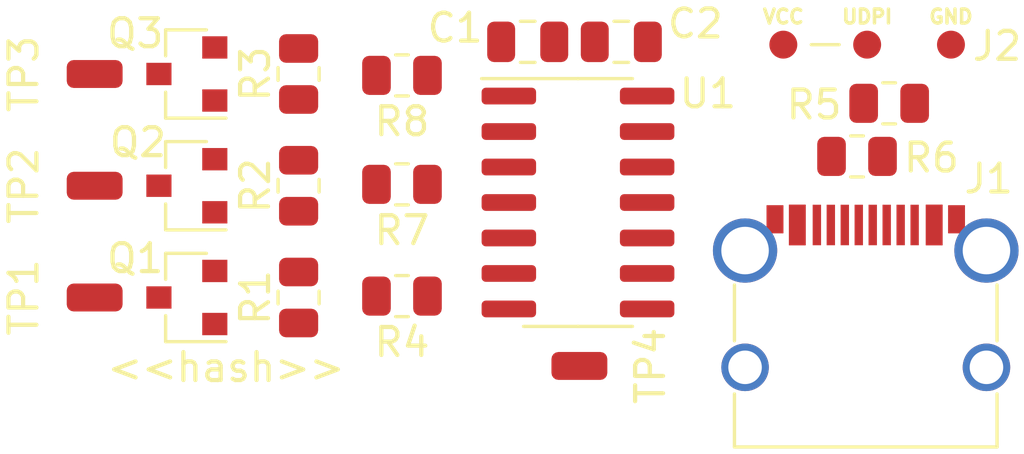
<source format=kicad_pcb>
(kicad_pcb (version 20171130) (host pcbnew "(5.1.10-1-10_14)")

  (general
    (thickness 1.6)
    (drawings 1)
    (tracks 0)
    (zones 0)
    (modules 20)
    (nets 29)
  )

  (page A4)
  (title_block
    (title <<project_name>>)
    (date <<date>>)
    (rev <<hash>>)
  )

  (layers
    (0 F.Cu signal)
    (31 B.Cu signal)
    (32 B.Adhes user)
    (33 F.Adhes user)
    (34 B.Paste user)
    (35 F.Paste user)
    (36 B.SilkS user)
    (37 F.SilkS user)
    (38 B.Mask user)
    (39 F.Mask user)
    (40 Dwgs.User user hide)
    (41 Cmts.User user)
    (42 Eco1.User user)
    (43 Eco2.User user)
    (44 Edge.Cuts user)
    (45 Margin user)
    (46 B.CrtYd user)
    (47 F.CrtYd user)
    (48 B.Fab user)
    (49 F.Fab user hide)
  )

  (setup
    (last_trace_width 0.25)
    (trace_clearance 0.2)
    (zone_clearance 0.508)
    (zone_45_only no)
    (trace_min 0.2)
    (via_size 0.8)
    (via_drill 0.4)
    (via_min_size 0.4)
    (via_min_drill 0.3)
    (uvia_size 0.3)
    (uvia_drill 0.1)
    (uvias_allowed no)
    (uvia_min_size 0.2)
    (uvia_min_drill 0.1)
    (edge_width 0.05)
    (segment_width 0.2)
    (pcb_text_width 0.3)
    (pcb_text_size 1.5 1.5)
    (mod_edge_width 0.12)
    (mod_text_size 1 1)
    (mod_text_width 0.15)
    (pad_size 1.524 1.524)
    (pad_drill 0.762)
    (pad_to_mask_clearance 0)
    (aux_axis_origin 0 0)
    (visible_elements FFFFFF7F)
    (pcbplotparams
      (layerselection 0x010fc_ffffffff)
      (usegerberextensions false)
      (usegerberattributes true)
      (usegerberadvancedattributes true)
      (creategerberjobfile true)
      (excludeedgelayer true)
      (linewidth 0.100000)
      (plotframeref false)
      (viasonmask false)
      (mode 1)
      (useauxorigin false)
      (hpglpennumber 1)
      (hpglpenspeed 20)
      (hpglpendiameter 15.000000)
      (psnegative false)
      (psa4output false)
      (plotreference true)
      (plotvalue true)
      (plotinvisibletext false)
      (padsonsilk false)
      (subtractmaskfromsilk false)
      (outputformat 1)
      (mirror false)
      (drillshape 1)
      (scaleselection 1)
      (outputdirectory ""))
  )

  (net 0 "")
  (net 1 "Net-(J1-PadB8)")
  (net 2 "Net-(J1-PadA5)")
  (net 3 "Net-(J1-PadB7)")
  (net 4 "Net-(J1-PadA7)")
  (net 5 "Net-(J1-PadB6)")
  (net 6 "Net-(J1-PadA8)")
  (net 7 "Net-(J1-PadB5)")
  (net 8 "Net-(J1-PadA6)")
  (net 9 "Net-(U1-Pad9)")
  (net 10 "Net-(U1-Pad8)")
  (net 11 "Net-(U1-Pad7)")
  (net 12 "Net-(U1-Pad5)")
  (net 13 "Net-(U1-Pad4)")
  (net 14 Red_neg)
  (net 15 GND)
  (net 16 Red_PWM)
  (net 17 Green_neg)
  (net 18 Green_PWM)
  (net 19 Blue_neg)
  (net 20 Blue_PWM)
  (net 21 WS2812b)
  (net 22 VCC)
  (net 23 TX)
  (net 24 RX)
  (net 25 UDPI)
  (net 26 "Net-(Q1-Pad1)")
  (net 27 "Net-(Q2-Pad1)")
  (net 28 "Net-(Q3-Pad1)")

  (net_class Default "This is the default net class."
    (clearance 0.2)
    (trace_width 0.25)
    (via_dia 0.8)
    (via_drill 0.4)
    (uvia_dia 0.3)
    (uvia_drill 0.1)
    (add_net Blue_PWM)
    (add_net Blue_neg)
    (add_net GND)
    (add_net Green_PWM)
    (add_net Green_neg)
    (add_net "Net-(J1-PadA5)")
    (add_net "Net-(J1-PadA6)")
    (add_net "Net-(J1-PadA7)")
    (add_net "Net-(J1-PadA8)")
    (add_net "Net-(J1-PadB5)")
    (add_net "Net-(J1-PadB6)")
    (add_net "Net-(J1-PadB7)")
    (add_net "Net-(J1-PadB8)")
    (add_net "Net-(Q1-Pad1)")
    (add_net "Net-(Q2-Pad1)")
    (add_net "Net-(Q3-Pad1)")
    (add_net "Net-(U1-Pad4)")
    (add_net "Net-(U1-Pad5)")
    (add_net "Net-(U1-Pad7)")
    (add_net "Net-(U1-Pad8)")
    (add_net "Net-(U1-Pad9)")
    (add_net RX)
    (add_net Red_PWM)
    (add_net Red_neg)
    (add_net TX)
    (add_net UDPI)
    (add_net VCC)
    (add_net WS2812b)
  )

  (module E32-xxxT20D:UDPI_interface_small (layer F.Cu) (tedit 6166054E) (tstamp 61A70A15)
    (at 165.6 80.95)
    (path /616F6E85)
    (fp_text reference J2 (at 4.65 0.05) (layer F.SilkS)
      (effects (font (size 1 1) (thickness 0.15)))
    )
    (fp_text value Conn_01x05 (at 0 -4) (layer F.Fab)
      (effects (font (size 1 1) (thickness 0.15)))
    )
    (fp_text user VCC (at -3 -1) (layer F.SilkS)
      (effects (font (size 0.5 0.5) (thickness 0.125)))
    )
    (fp_text user GND (at 3 -1) (layer F.SilkS)
      (effects (font (size 0.5 0.5) (thickness 0.125)))
    )
    (fp_text user UDPI (at 0 -1) (layer F.SilkS)
      (effects (font (size 0.5 0.5) (thickness 0.125)))
    )
    (fp_line (start -2 0) (end -1 0) (layer F.SilkS) (width 0.12))
    (pad "" np_thru_hole circle (at 1.5 0) (size 1 1) (drill 1) (layers *.Cu *.Mask))
    (pad 3 smd circle (at 3 0) (size 1 1) (layers F.Cu F.Paste F.Mask)
      (net 15 GND))
    (pad 2 smd circle (at -3 0) (size 1 1) (layers F.Cu F.Paste F.Mask)
      (net 22 VCC))
    (pad 1 smd circle (at 0 0) (size 1 1) (layers F.Cu F.Paste F.Mask)
      (net 25 UDPI))
  )

  (module Connector_USB:USB_C_Receptacle_HRO_TYPE-C-31-M-12_simple (layer F.Cu) (tedit 619FAA22) (tstamp 616F703B)
    (at 165.55 91.45)
    (descr "USB Type-C receptacle for USB 2.0 and PD, http://www.krhro.com/uploads/soft/180320/1-1P320120243.pdf")
    (tags "usb usb-c 2.0 pd")
    (path /616F374E)
    (attr smd)
    (fp_text reference J1 (at 4.4 -5.7) (layer F.SilkS)
      (effects (font (size 1 1) (thickness 0.15)))
    )
    (fp_text value USB_C_Receptacle (at 0 5.1) (layer F.Fab)
      (effects (font (size 1 1) (thickness 0.15)))
    )
    (fp_text user %R (at 0 0) (layer F.Fab)
      (effects (font (size 1 1) (thickness 0.15)))
    )
    (fp_line (start -4.7 3.9) (end 4.7 3.9) (layer F.SilkS) (width 0.12))
    (fp_line (start -4.47 -3.65) (end 4.47 -3.65) (layer F.Fab) (width 0.1))
    (fp_line (start -4.47 -3.65) (end -4.47 3.65) (layer F.Fab) (width 0.1))
    (fp_line (start -4.47 3.65) (end 4.47 3.65) (layer F.Fab) (width 0.1))
    (fp_line (start 4.47 -3.65) (end 4.47 3.65) (layer F.Fab) (width 0.1))
    (fp_line (start -5.32 -5.27) (end 5.32 -5.27) (layer F.CrtYd) (width 0.05))
    (fp_line (start -5.32 4.15) (end 5.32 4.15) (layer F.CrtYd) (width 0.05))
    (fp_line (start -5.32 -5.27) (end -5.32 4.15) (layer F.CrtYd) (width 0.05))
    (fp_line (start 5.32 -5.27) (end 5.32 4.15) (layer F.CrtYd) (width 0.05))
    (fp_line (start 4.7 -1.9) (end 4.7 0.1) (layer F.SilkS) (width 0.12))
    (fp_line (start 4.7 2) (end 4.7 3.9) (layer F.SilkS) (width 0.12))
    (fp_line (start -4.7 -1.9) (end -4.7 0.1) (layer F.SilkS) (width 0.12))
    (fp_line (start -4.7 2) (end -4.7 3.9) (layer F.SilkS) (width 0.12))
    (pad S1 thru_hole circle (at -4.32 1.05) (size 1.7 1.7) (drill 1.2) (layers *.Cu *.Mask)
      (net 15 GND))
    (pad S1 thru_hole circle (at 4.32 1.05) (size 1.7 1.7) (drill 1.2) (layers *.Cu *.Mask)
      (net 15 GND))
    (pad S1 thru_hole circle (at -4.32 -3.13) (size 2.3 2.3) (drill 1.7) (layers *.Mask B.Cu)
      (net 15 GND))
    (pad S1 thru_hole circle (at 4.32 -3.13) (size 2.3 2.3) (drill 1.7) (layers *.Mask B.Cu)
      (net 15 GND))
    (pad B1 smd rect (at 3.25 -4.25) (size 0.6 1) (layers F.Cu F.Paste F.Mask)
      (net 15 GND))
    (pad A9 smd rect (at 2.45 -4.045) (size 0.6 1.45) (layers F.Cu F.Paste F.Mask)
      (net 22 VCC))
    (pad B9 smd rect (at -2.45 -4.045) (size 0.6 1.45) (layers F.Cu F.Paste F.Mask)
      (net 22 VCC))
    (pad B12 smd rect (at -3.25 -4.25) (size 0.6 1) (layers F.Cu F.Paste F.Mask)
      (net 15 GND))
    (pad A1 smd rect (at -3.25 -4.25) (size 0.6 1) (layers F.Cu F.Paste F.Mask)
      (net 15 GND))
    (pad A4 smd rect (at -2.45 -4.045) (size 0.6 1.45) (layers F.Cu F.Paste F.Mask)
      (net 22 VCC))
    (pad B4 smd rect (at 2.45 -4.045) (size 0.6 1.45) (layers F.Cu F.Paste F.Mask)
      (net 22 VCC))
    (pad A12 smd rect (at 3.25 -4.25) (size 0.6 1) (layers F.Cu F.Paste F.Mask)
      (net 15 GND))
    (pad B8 smd rect (at -1.75 -4.045) (size 0.3 1.45) (layers F.Cu F.Paste F.Mask)
      (net 1 "Net-(J1-PadB8)"))
    (pad A5 smd rect (at -1.25 -4.045) (size 0.3 1.45) (layers F.Cu F.Paste F.Mask)
      (net 2 "Net-(J1-PadA5)"))
    (pad B7 smd rect (at -0.75 -4.045) (size 0.3 1.45) (layers F.Cu F.Paste F.Mask)
      (net 3 "Net-(J1-PadB7)"))
    (pad A7 smd rect (at 0.25 -4.045) (size 0.3 1.45) (layers F.Cu F.Paste F.Mask)
      (net 4 "Net-(J1-PadA7)"))
    (pad B6 smd rect (at 0.75 -4.045) (size 0.3 1.45) (layers F.Cu F.Paste F.Mask)
      (net 5 "Net-(J1-PadB6)"))
    (pad A8 smd rect (at 1.25 -4.045) (size 0.3 1.45) (layers F.Cu F.Paste F.Mask)
      (net 6 "Net-(J1-PadA8)"))
    (pad B5 smd rect (at 1.75 -4.045) (size 0.3 1.45) (layers F.Cu F.Paste F.Mask)
      (net 7 "Net-(J1-PadB5)"))
    (pad A6 smd rect (at -0.25 -4.045) (size 0.3 1.45) (layers F.Cu F.Paste F.Mask)
      (net 8 "Net-(J1-PadA6)"))
    (pad "" np_thru_hole circle (at -2.89 -2.6) (size 0.65 0.65) (drill 0.65) (layers *.Cu *.Mask))
    (pad "" np_thru_hole circle (at 2.89 -2.6) (size 0.65 0.65) (drill 0.65) (layers *.Cu *.Mask))
    (model ${KISYS3DMOD}/Connector_USB.3dshapes/USB_C_Receptacle_HRO_TYPE-C-31-M-12.wrl
      (at (xyz 0 0 0))
      (scale (xyz 1 1 1))
      (rotate (xyz 0 0 0))
    )
  )

  (module Resistor_SMD:R_0805_2012Metric (layer F.Cu) (tedit 5F68FEEE) (tstamp 61A6A2CF)
    (at 148.95 82.05 180)
    (descr "Resistor SMD 0805 (2012 Metric), square (rectangular) end terminal, IPC_7351 nominal, (Body size source: IPC-SM-782 page 72, https://www.pcb-3d.com/wordpress/wp-content/uploads/ipc-sm-782a_amendment_1_and_2.pdf), generated with kicad-footprint-generator")
    (tags resistor)
    (path /61A6D9D6)
    (attr smd)
    (fp_text reference R8 (at 0 -1.65) (layer F.SilkS)
      (effects (font (size 1 1) (thickness 0.15)))
    )
    (fp_text value R_Small (at 0 1.65) (layer F.Fab)
      (effects (font (size 1 1) (thickness 0.15)))
    )
    (fp_text user %R (at 0 0) (layer F.Fab)
      (effects (font (size 0.5 0.5) (thickness 0.08)))
    )
    (fp_line (start -1 0.625) (end -1 -0.625) (layer F.Fab) (width 0.1))
    (fp_line (start -1 -0.625) (end 1 -0.625) (layer F.Fab) (width 0.1))
    (fp_line (start 1 -0.625) (end 1 0.625) (layer F.Fab) (width 0.1))
    (fp_line (start 1 0.625) (end -1 0.625) (layer F.Fab) (width 0.1))
    (fp_line (start -0.227064 -0.735) (end 0.227064 -0.735) (layer F.SilkS) (width 0.12))
    (fp_line (start -0.227064 0.735) (end 0.227064 0.735) (layer F.SilkS) (width 0.12))
    (fp_line (start -1.68 0.95) (end -1.68 -0.95) (layer F.CrtYd) (width 0.05))
    (fp_line (start -1.68 -0.95) (end 1.68 -0.95) (layer F.CrtYd) (width 0.05))
    (fp_line (start 1.68 -0.95) (end 1.68 0.95) (layer F.CrtYd) (width 0.05))
    (fp_line (start 1.68 0.95) (end -1.68 0.95) (layer F.CrtYd) (width 0.05))
    (pad 2 smd roundrect (at 0.9125 0 180) (size 1.025 1.4) (layers F.Cu F.Paste F.Mask) (roundrect_rratio 0.243902)
      (net 28 "Net-(Q3-Pad1)"))
    (pad 1 smd roundrect (at -0.9125 0 180) (size 1.025 1.4) (layers F.Cu F.Paste F.Mask) (roundrect_rratio 0.243902)
      (net 20 Blue_PWM))
    (model ${KISYS3DMOD}/Resistor_SMD.3dshapes/R_0805_2012Metric.wrl
      (at (xyz 0 0 0))
      (scale (xyz 1 1 1))
      (rotate (xyz 0 0 0))
    )
  )

  (module Resistor_SMD:R_0805_2012Metric (layer F.Cu) (tedit 5F68FEEE) (tstamp 61A70A7D)
    (at 148.95 85.95 180)
    (descr "Resistor SMD 0805 (2012 Metric), square (rectangular) end terminal, IPC_7351 nominal, (Body size source: IPC-SM-782 page 72, https://www.pcb-3d.com/wordpress/wp-content/uploads/ipc-sm-782a_amendment_1_and_2.pdf), generated with kicad-footprint-generator")
    (tags resistor)
    (path /61A6CC22)
    (attr smd)
    (fp_text reference R7 (at 0 -1.65) (layer F.SilkS)
      (effects (font (size 1 1) (thickness 0.15)))
    )
    (fp_text value R_Small (at 0 1.65) (layer F.Fab)
      (effects (font (size 1 1) (thickness 0.15)))
    )
    (fp_text user %R (at 0 0) (layer F.Fab)
      (effects (font (size 0.5 0.5) (thickness 0.08)))
    )
    (fp_line (start -1 0.625) (end -1 -0.625) (layer F.Fab) (width 0.1))
    (fp_line (start -1 -0.625) (end 1 -0.625) (layer F.Fab) (width 0.1))
    (fp_line (start 1 -0.625) (end 1 0.625) (layer F.Fab) (width 0.1))
    (fp_line (start 1 0.625) (end -1 0.625) (layer F.Fab) (width 0.1))
    (fp_line (start -0.227064 -0.735) (end 0.227064 -0.735) (layer F.SilkS) (width 0.12))
    (fp_line (start -0.227064 0.735) (end 0.227064 0.735) (layer F.SilkS) (width 0.12))
    (fp_line (start -1.68 0.95) (end -1.68 -0.95) (layer F.CrtYd) (width 0.05))
    (fp_line (start -1.68 -0.95) (end 1.68 -0.95) (layer F.CrtYd) (width 0.05))
    (fp_line (start 1.68 -0.95) (end 1.68 0.95) (layer F.CrtYd) (width 0.05))
    (fp_line (start 1.68 0.95) (end -1.68 0.95) (layer F.CrtYd) (width 0.05))
    (pad 2 smd roundrect (at 0.9125 0 180) (size 1.025 1.4) (layers F.Cu F.Paste F.Mask) (roundrect_rratio 0.243902)
      (net 27 "Net-(Q2-Pad1)"))
    (pad 1 smd roundrect (at -0.9125 0 180) (size 1.025 1.4) (layers F.Cu F.Paste F.Mask) (roundrect_rratio 0.243902)
      (net 18 Green_PWM))
    (model ${KISYS3DMOD}/Resistor_SMD.3dshapes/R_0805_2012Metric.wrl
      (at (xyz 0 0 0))
      (scale (xyz 1 1 1))
      (rotate (xyz 0 0 0))
    )
  )

  (module Resistor_SMD:R_0805_2012Metric (layer F.Cu) (tedit 5F68FEEE) (tstamp 61A6A2AD)
    (at 166.3875 83.05 180)
    (descr "Resistor SMD 0805 (2012 Metric), square (rectangular) end terminal, IPC_7351 nominal, (Body size source: IPC-SM-782 page 72, https://www.pcb-3d.com/wordpress/wp-content/uploads/ipc-sm-782a_amendment_1_and_2.pdf), generated with kicad-footprint-generator")
    (tags resistor)
    (path /61A77F57)
    (attr smd)
    (fp_text reference R6 (at -1.5125 -1.95) (layer F.SilkS)
      (effects (font (size 1 1) (thickness 0.15)))
    )
    (fp_text value 5.1k (at 0 1.65) (layer F.Fab)
      (effects (font (size 1 1) (thickness 0.15)))
    )
    (fp_text user %R (at 0 0) (layer F.Fab)
      (effects (font (size 0.5 0.5) (thickness 0.08)))
    )
    (fp_line (start -1 0.625) (end -1 -0.625) (layer F.Fab) (width 0.1))
    (fp_line (start -1 -0.625) (end 1 -0.625) (layer F.Fab) (width 0.1))
    (fp_line (start 1 -0.625) (end 1 0.625) (layer F.Fab) (width 0.1))
    (fp_line (start 1 0.625) (end -1 0.625) (layer F.Fab) (width 0.1))
    (fp_line (start -0.227064 -0.735) (end 0.227064 -0.735) (layer F.SilkS) (width 0.12))
    (fp_line (start -0.227064 0.735) (end 0.227064 0.735) (layer F.SilkS) (width 0.12))
    (fp_line (start -1.68 0.95) (end -1.68 -0.95) (layer F.CrtYd) (width 0.05))
    (fp_line (start -1.68 -0.95) (end 1.68 -0.95) (layer F.CrtYd) (width 0.05))
    (fp_line (start 1.68 -0.95) (end 1.68 0.95) (layer F.CrtYd) (width 0.05))
    (fp_line (start 1.68 0.95) (end -1.68 0.95) (layer F.CrtYd) (width 0.05))
    (pad 2 smd roundrect (at 0.9125 0 180) (size 1.025 1.4) (layers F.Cu F.Paste F.Mask) (roundrect_rratio 0.243902)
      (net 15 GND))
    (pad 1 smd roundrect (at -0.9125 0 180) (size 1.025 1.4) (layers F.Cu F.Paste F.Mask) (roundrect_rratio 0.243902)
      (net 7 "Net-(J1-PadB5)"))
    (model ${KISYS3DMOD}/Resistor_SMD.3dshapes/R_0805_2012Metric.wrl
      (at (xyz 0 0 0))
      (scale (xyz 1 1 1))
      (rotate (xyz 0 0 0))
    )
  )

  (module Resistor_SMD:R_0805_2012Metric (layer F.Cu) (tedit 5F68FEEE) (tstamp 61A6A29C)
    (at 165.2375 84.95)
    (descr "Resistor SMD 0805 (2012 Metric), square (rectangular) end terminal, IPC_7351 nominal, (Body size source: IPC-SM-782 page 72, https://www.pcb-3d.com/wordpress/wp-content/uploads/ipc-sm-782a_amendment_1_and_2.pdf), generated with kicad-footprint-generator")
    (tags resistor)
    (path /61A75EA7)
    (attr smd)
    (fp_text reference R5 (at -1.5375 -1.85) (layer F.SilkS)
      (effects (font (size 1 1) (thickness 0.15)))
    )
    (fp_text value 5.1k (at 0 1.65) (layer F.Fab)
      (effects (font (size 1 1) (thickness 0.15)))
    )
    (fp_text user %R (at 0 0) (layer F.Fab)
      (effects (font (size 0.5 0.5) (thickness 0.08)))
    )
    (fp_line (start -1 0.625) (end -1 -0.625) (layer F.Fab) (width 0.1))
    (fp_line (start -1 -0.625) (end 1 -0.625) (layer F.Fab) (width 0.1))
    (fp_line (start 1 -0.625) (end 1 0.625) (layer F.Fab) (width 0.1))
    (fp_line (start 1 0.625) (end -1 0.625) (layer F.Fab) (width 0.1))
    (fp_line (start -0.227064 -0.735) (end 0.227064 -0.735) (layer F.SilkS) (width 0.12))
    (fp_line (start -0.227064 0.735) (end 0.227064 0.735) (layer F.SilkS) (width 0.12))
    (fp_line (start -1.68 0.95) (end -1.68 -0.95) (layer F.CrtYd) (width 0.05))
    (fp_line (start -1.68 -0.95) (end 1.68 -0.95) (layer F.CrtYd) (width 0.05))
    (fp_line (start 1.68 -0.95) (end 1.68 0.95) (layer F.CrtYd) (width 0.05))
    (fp_line (start 1.68 0.95) (end -1.68 0.95) (layer F.CrtYd) (width 0.05))
    (pad 2 smd roundrect (at 0.9125 0) (size 1.025 1.4) (layers F.Cu F.Paste F.Mask) (roundrect_rratio 0.243902)
      (net 15 GND))
    (pad 1 smd roundrect (at -0.9125 0) (size 1.025 1.4) (layers F.Cu F.Paste F.Mask) (roundrect_rratio 0.243902)
      (net 2 "Net-(J1-PadA5)"))
    (model ${KISYS3DMOD}/Resistor_SMD.3dshapes/R_0805_2012Metric.wrl
      (at (xyz 0 0 0))
      (scale (xyz 1 1 1))
      (rotate (xyz 0 0 0))
    )
  )

  (module Resistor_SMD:R_0805_2012Metric (layer F.Cu) (tedit 5F68FEEE) (tstamp 61A70C02)
    (at 148.95 89.95 180)
    (descr "Resistor SMD 0805 (2012 Metric), square (rectangular) end terminal, IPC_7351 nominal, (Body size source: IPC-SM-782 page 72, https://www.pcb-3d.com/wordpress/wp-content/uploads/ipc-sm-782a_amendment_1_and_2.pdf), generated with kicad-footprint-generator")
    (tags resistor)
    (path /61A6A719)
    (attr smd)
    (fp_text reference R4 (at 0 -1.65) (layer F.SilkS)
      (effects (font (size 1 1) (thickness 0.15)))
    )
    (fp_text value R_Small (at 0 1.65) (layer F.Fab)
      (effects (font (size 1 1) (thickness 0.15)))
    )
    (fp_text user %R (at 0 0) (layer F.Fab)
      (effects (font (size 0.5 0.5) (thickness 0.08)))
    )
    (fp_line (start -1 0.625) (end -1 -0.625) (layer F.Fab) (width 0.1))
    (fp_line (start -1 -0.625) (end 1 -0.625) (layer F.Fab) (width 0.1))
    (fp_line (start 1 -0.625) (end 1 0.625) (layer F.Fab) (width 0.1))
    (fp_line (start 1 0.625) (end -1 0.625) (layer F.Fab) (width 0.1))
    (fp_line (start -0.227064 -0.735) (end 0.227064 -0.735) (layer F.SilkS) (width 0.12))
    (fp_line (start -0.227064 0.735) (end 0.227064 0.735) (layer F.SilkS) (width 0.12))
    (fp_line (start -1.68 0.95) (end -1.68 -0.95) (layer F.CrtYd) (width 0.05))
    (fp_line (start -1.68 -0.95) (end 1.68 -0.95) (layer F.CrtYd) (width 0.05))
    (fp_line (start 1.68 -0.95) (end 1.68 0.95) (layer F.CrtYd) (width 0.05))
    (fp_line (start 1.68 0.95) (end -1.68 0.95) (layer F.CrtYd) (width 0.05))
    (pad 2 smd roundrect (at 0.9125 0 180) (size 1.025 1.4) (layers F.Cu F.Paste F.Mask) (roundrect_rratio 0.243902)
      (net 26 "Net-(Q1-Pad1)"))
    (pad 1 smd roundrect (at -0.9125 0 180) (size 1.025 1.4) (layers F.Cu F.Paste F.Mask) (roundrect_rratio 0.243902)
      (net 16 Red_PWM))
    (model ${KISYS3DMOD}/Resistor_SMD.3dshapes/R_0805_2012Metric.wrl
      (at (xyz 0 0 0))
      (scale (xyz 1 1 1))
      (rotate (xyz 0 0 0))
    )
  )

  (module Package_SO:SOIC-14_3.9x8.7mm_P1.27mm (layer F.Cu) (tedit 5D9F72B1) (tstamp 61A709A5)
    (at 155.25 86.6)
    (descr "SOIC, 14 Pin (JEDEC MS-012AB, https://www.analog.com/media/en/package-pcb-resources/package/pkg_pdf/soic_narrow-r/r_14.pdf), generated with kicad-footprint-generator ipc_gullwing_generator.py")
    (tags "SOIC SO")
    (path /6179E4AD)
    (attr smd)
    (fp_text reference U1 (at 4.65 -3.9) (layer F.SilkS)
      (effects (font (size 1 1) (thickness 0.15)))
    )
    (fp_text value ATtiny814-SS (at 0 5.28) (layer F.Fab)
      (effects (font (size 1 1) (thickness 0.15)))
    )
    (fp_line (start 3.7 -4.58) (end -3.7 -4.58) (layer F.CrtYd) (width 0.05))
    (fp_line (start 3.7 4.58) (end 3.7 -4.58) (layer F.CrtYd) (width 0.05))
    (fp_line (start -3.7 4.58) (end 3.7 4.58) (layer F.CrtYd) (width 0.05))
    (fp_line (start -3.7 -4.58) (end -3.7 4.58) (layer F.CrtYd) (width 0.05))
    (fp_line (start -1.95 -3.35) (end -0.975 -4.325) (layer F.Fab) (width 0.1))
    (fp_line (start -1.95 4.325) (end -1.95 -3.35) (layer F.Fab) (width 0.1))
    (fp_line (start 1.95 4.325) (end -1.95 4.325) (layer F.Fab) (width 0.1))
    (fp_line (start 1.95 -4.325) (end 1.95 4.325) (layer F.Fab) (width 0.1))
    (fp_line (start -0.975 -4.325) (end 1.95 -4.325) (layer F.Fab) (width 0.1))
    (fp_line (start 0 -4.435) (end -3.45 -4.435) (layer F.SilkS) (width 0.12))
    (fp_line (start 0 -4.435) (end 1.95 -4.435) (layer F.SilkS) (width 0.12))
    (fp_line (start 0 4.435) (end -1.95 4.435) (layer F.SilkS) (width 0.12))
    (fp_line (start 0 4.435) (end 1.95 4.435) (layer F.SilkS) (width 0.12))
    (fp_text user %R (at 0 0) (layer F.Fab)
      (effects (font (size 0.98 0.98) (thickness 0.15)))
    )
    (pad 14 smd roundrect (at 2.475 -3.81) (size 1.95 0.6) (layers F.Cu F.Paste F.Mask) (roundrect_rratio 0.25)
      (net 15 GND))
    (pad 13 smd roundrect (at 2.475 -2.54) (size 1.95 0.6) (layers F.Cu F.Paste F.Mask) (roundrect_rratio 0.25)
      (net 21 WS2812b))
    (pad 12 smd roundrect (at 2.475 -1.27) (size 1.95 0.6) (layers F.Cu F.Paste F.Mask) (roundrect_rratio 0.25)
      (net 24 RX))
    (pad 11 smd roundrect (at 2.475 0) (size 1.95 0.6) (layers F.Cu F.Paste F.Mask) (roundrect_rratio 0.25)
      (net 23 TX))
    (pad 10 smd roundrect (at 2.475 1.27) (size 1.95 0.6) (layers F.Cu F.Paste F.Mask) (roundrect_rratio 0.25)
      (net 25 UDPI))
    (pad 9 smd roundrect (at 2.475 2.54) (size 1.95 0.6) (layers F.Cu F.Paste F.Mask) (roundrect_rratio 0.25)
      (net 9 "Net-(U1-Pad9)"))
    (pad 8 smd roundrect (at 2.475 3.81) (size 1.95 0.6) (layers F.Cu F.Paste F.Mask) (roundrect_rratio 0.25)
      (net 10 "Net-(U1-Pad8)"))
    (pad 7 smd roundrect (at -2.475 3.81) (size 1.95 0.6) (layers F.Cu F.Paste F.Mask) (roundrect_rratio 0.25)
      (net 11 "Net-(U1-Pad7)"))
    (pad 6 smd roundrect (at -2.475 2.54) (size 1.95 0.6) (layers F.Cu F.Paste F.Mask) (roundrect_rratio 0.25)
      (net 16 Red_PWM))
    (pad 5 smd roundrect (at -2.475 1.27) (size 1.95 0.6) (layers F.Cu F.Paste F.Mask) (roundrect_rratio 0.25)
      (net 12 "Net-(U1-Pad5)"))
    (pad 4 smd roundrect (at -2.475 0) (size 1.95 0.6) (layers F.Cu F.Paste F.Mask) (roundrect_rratio 0.25)
      (net 13 "Net-(U1-Pad4)"))
    (pad 3 smd roundrect (at -2.475 -1.27) (size 1.95 0.6) (layers F.Cu F.Paste F.Mask) (roundrect_rratio 0.25)
      (net 18 Green_PWM))
    (pad 2 smd roundrect (at -2.475 -2.54) (size 1.95 0.6) (layers F.Cu F.Paste F.Mask) (roundrect_rratio 0.25)
      (net 20 Blue_PWM))
    (pad 1 smd roundrect (at -2.475 -3.81) (size 1.95 0.6) (layers F.Cu F.Paste F.Mask) (roundrect_rratio 0.25)
      (net 22 VCC))
    (model ${KISYS3DMOD}/Package_SO.3dshapes/SOIC-14_3.9x8.7mm_P1.27mm.wrl
      (at (xyz 0 0 0))
      (scale (xyz 1 1 1))
      (rotate (xyz 0 0 0))
    )
  )

  (module Connector_Wire:SolderWirePad_1x01_SMD_1x2mm (layer F.Cu) (tedit 5DD6EB27) (tstamp 61A70FE0)
    (at 155.3 92.45 270)
    (descr "Wire Pad, Square, SMD Pad,  5mm x 10mm,")
    (tags "MesurementPoint Square SMDPad 5mmx10mm ")
    (path /617920EA)
    (attr virtual)
    (fp_text reference TP4 (at 0 -2.54 90) (layer F.SilkS)
      (effects (font (size 1 1) (thickness 0.15)))
    )
    (fp_text value TestPoint (at 0 2.54 90) (layer F.Fab)
      (effects (font (size 1 1) (thickness 0.15)))
    )
    (fp_line (start -0.63 1.27) (end -0.63 -1.27) (layer F.Fab) (width 0.1))
    (fp_line (start 0.63 1.27) (end -0.63 1.27) (layer F.Fab) (width 0.1))
    (fp_line (start 0.63 -1.27) (end 0.63 1.27) (layer F.Fab) (width 0.1))
    (fp_line (start -0.63 -1.27) (end 0.63 -1.27) (layer F.Fab) (width 0.1))
    (fp_line (start -0.63 -1.27) (end -0.63 1.27) (layer F.CrtYd) (width 0.05))
    (fp_line (start -0.63 1.27) (end 0.63 1.27) (layer F.CrtYd) (width 0.05))
    (fp_line (start 0.63 1.27) (end 0.63 -1.27) (layer F.CrtYd) (width 0.05))
    (fp_line (start 0.63 -1.27) (end -0.63 -1.27) (layer F.CrtYd) (width 0.05))
    (fp_text user %R (at 0 0 90) (layer F.Fab)
      (effects (font (size 1 1) (thickness 0.15)))
    )
    (pad 1 smd roundrect (at 0 0 270) (size 1 2) (layers F.Cu F.Paste F.Mask) (roundrect_rratio 0.25)
      (net 21 WS2812b))
  )

  (module Connector_Wire:SolderWirePad_1x01_SMD_1x2mm (layer F.Cu) (tedit 5DD6EB27) (tstamp 6175C1CE)
    (at 137.95 82 90)
    (descr "Wire Pad, Square, SMD Pad,  5mm x 10mm,")
    (tags "MesurementPoint Square SMDPad 5mmx10mm ")
    (path /617918AC)
    (attr virtual)
    (fp_text reference TP3 (at 0 -2.54 90) (layer F.SilkS)
      (effects (font (size 1 1) (thickness 0.15)))
    )
    (fp_text value TestPoint (at 0 2.54 90) (layer F.Fab)
      (effects (font (size 1 1) (thickness 0.15)))
    )
    (fp_line (start -0.63 1.27) (end -0.63 -1.27) (layer F.Fab) (width 0.1))
    (fp_line (start 0.63 1.27) (end -0.63 1.27) (layer F.Fab) (width 0.1))
    (fp_line (start 0.63 -1.27) (end 0.63 1.27) (layer F.Fab) (width 0.1))
    (fp_line (start -0.63 -1.27) (end 0.63 -1.27) (layer F.Fab) (width 0.1))
    (fp_line (start -0.63 -1.27) (end -0.63 1.27) (layer F.CrtYd) (width 0.05))
    (fp_line (start -0.63 1.27) (end 0.63 1.27) (layer F.CrtYd) (width 0.05))
    (fp_line (start 0.63 1.27) (end 0.63 -1.27) (layer F.CrtYd) (width 0.05))
    (fp_line (start 0.63 -1.27) (end -0.63 -1.27) (layer F.CrtYd) (width 0.05))
    (fp_text user %R (at 0 0 90) (layer F.Fab)
      (effects (font (size 1 1) (thickness 0.15)))
    )
    (pad 1 smd roundrect (at 0 0 90) (size 1 2) (layers F.Cu F.Paste F.Mask) (roundrect_rratio 0.25)
      (net 19 Blue_neg))
  )

  (module Connector_Wire:SolderWirePad_1x01_SMD_1x2mm (layer F.Cu) (tedit 5DD6EB27) (tstamp 6175C1C0)
    (at 137.95 86 90)
    (descr "Wire Pad, Square, SMD Pad,  5mm x 10mm,")
    (tags "MesurementPoint Square SMDPad 5mmx10mm ")
    (path /61791538)
    (attr virtual)
    (fp_text reference TP2 (at 0 -2.54 90) (layer F.SilkS)
      (effects (font (size 1 1) (thickness 0.15)))
    )
    (fp_text value TestPoint (at 0 2.54 90) (layer F.Fab)
      (effects (font (size 1 1) (thickness 0.15)))
    )
    (fp_line (start -0.63 1.27) (end -0.63 -1.27) (layer F.Fab) (width 0.1))
    (fp_line (start 0.63 1.27) (end -0.63 1.27) (layer F.Fab) (width 0.1))
    (fp_line (start 0.63 -1.27) (end 0.63 1.27) (layer F.Fab) (width 0.1))
    (fp_line (start -0.63 -1.27) (end 0.63 -1.27) (layer F.Fab) (width 0.1))
    (fp_line (start -0.63 -1.27) (end -0.63 1.27) (layer F.CrtYd) (width 0.05))
    (fp_line (start -0.63 1.27) (end 0.63 1.27) (layer F.CrtYd) (width 0.05))
    (fp_line (start 0.63 1.27) (end 0.63 -1.27) (layer F.CrtYd) (width 0.05))
    (fp_line (start 0.63 -1.27) (end -0.63 -1.27) (layer F.CrtYd) (width 0.05))
    (fp_text user %R (at 0 0 90) (layer F.Fab)
      (effects (font (size 1 1) (thickness 0.15)))
    )
    (pad 1 smd roundrect (at 0 0 90) (size 1 2) (layers F.Cu F.Paste F.Mask) (roundrect_rratio 0.25)
      (net 17 Green_neg))
  )

  (module Connector_Wire:SolderWirePad_1x01_SMD_1x2mm (layer F.Cu) (tedit 5DD6EB27) (tstamp 6175C1B2)
    (at 137.95 90 90)
    (descr "Wire Pad, Square, SMD Pad,  5mm x 10mm,")
    (tags "MesurementPoint Square SMDPad 5mmx10mm ")
    (path /61790EC1)
    (attr virtual)
    (fp_text reference TP1 (at 0 -2.54 90) (layer F.SilkS)
      (effects (font (size 1 1) (thickness 0.15)))
    )
    (fp_text value TestPoint (at 0 2.54 90) (layer F.Fab)
      (effects (font (size 1 1) (thickness 0.15)))
    )
    (fp_line (start -0.63 1.27) (end -0.63 -1.27) (layer F.Fab) (width 0.1))
    (fp_line (start 0.63 1.27) (end -0.63 1.27) (layer F.Fab) (width 0.1))
    (fp_line (start 0.63 -1.27) (end 0.63 1.27) (layer F.Fab) (width 0.1))
    (fp_line (start -0.63 -1.27) (end 0.63 -1.27) (layer F.Fab) (width 0.1))
    (fp_line (start -0.63 -1.27) (end -0.63 1.27) (layer F.CrtYd) (width 0.05))
    (fp_line (start -0.63 1.27) (end 0.63 1.27) (layer F.CrtYd) (width 0.05))
    (fp_line (start 0.63 1.27) (end 0.63 -1.27) (layer F.CrtYd) (width 0.05))
    (fp_line (start 0.63 -1.27) (end -0.63 -1.27) (layer F.CrtYd) (width 0.05))
    (fp_text user %R (at 0 0 90) (layer F.Fab)
      (effects (font (size 1 1) (thickness 0.15)))
    )
    (pad 1 smd roundrect (at 0 0 90) (size 1 2) (layers F.Cu F.Paste F.Mask) (roundrect_rratio 0.25)
      (net 14 Red_neg))
  )

  (module Resistor_SMD:R_0805_2012Metric (layer F.Cu) (tedit 5F68FEEE) (tstamp 6175BD5D)
    (at 145.25 82 90)
    (descr "Resistor SMD 0805 (2012 Metric), square (rectangular) end terminal, IPC_7351 nominal, (Body size source: IPC-SM-782 page 72, https://www.pcb-3d.com/wordpress/wp-content/uploads/ipc-sm-782a_amendment_1_and_2.pdf), generated with kicad-footprint-generator")
    (tags resistor)
    (path /61773FBA)
    (attr smd)
    (fp_text reference R3 (at 0 -1.55 90) (layer F.SilkS)
      (effects (font (size 1 1) (thickness 0.15)))
    )
    (fp_text value R_Small (at 0 1.65 90) (layer F.Fab)
      (effects (font (size 1 1) (thickness 0.15)))
    )
    (fp_line (start 1.68 0.95) (end -1.68 0.95) (layer F.CrtYd) (width 0.05))
    (fp_line (start 1.68 -0.95) (end 1.68 0.95) (layer F.CrtYd) (width 0.05))
    (fp_line (start -1.68 -0.95) (end 1.68 -0.95) (layer F.CrtYd) (width 0.05))
    (fp_line (start -1.68 0.95) (end -1.68 -0.95) (layer F.CrtYd) (width 0.05))
    (fp_line (start -0.227064 0.735) (end 0.227064 0.735) (layer F.SilkS) (width 0.12))
    (fp_line (start -0.227064 -0.735) (end 0.227064 -0.735) (layer F.SilkS) (width 0.12))
    (fp_line (start 1 0.625) (end -1 0.625) (layer F.Fab) (width 0.1))
    (fp_line (start 1 -0.625) (end 1 0.625) (layer F.Fab) (width 0.1))
    (fp_line (start -1 -0.625) (end 1 -0.625) (layer F.Fab) (width 0.1))
    (fp_line (start -1 0.625) (end -1 -0.625) (layer F.Fab) (width 0.1))
    (fp_text user %R (at 0 0 90) (layer F.Fab)
      (effects (font (size 0.5 0.5) (thickness 0.08)))
    )
    (pad 2 smd roundrect (at 0.9125 0 90) (size 1.025 1.4) (layers F.Cu F.Paste F.Mask) (roundrect_rratio 0.243902)
      (net 15 GND))
    (pad 1 smd roundrect (at -0.9125 0 90) (size 1.025 1.4) (layers F.Cu F.Paste F.Mask) (roundrect_rratio 0.243902)
      (net 28 "Net-(Q3-Pad1)"))
    (model ${KISYS3DMOD}/Resistor_SMD.3dshapes/R_0805_2012Metric.wrl
      (at (xyz 0 0 0))
      (scale (xyz 1 1 1))
      (rotate (xyz 0 0 0))
    )
  )

  (module Resistor_SMD:R_0805_2012Metric (layer F.Cu) (tedit 5F68FEEE) (tstamp 61A70CA5)
    (at 145.25 86 90)
    (descr "Resistor SMD 0805 (2012 Metric), square (rectangular) end terminal, IPC_7351 nominal, (Body size source: IPC-SM-782 page 72, https://www.pcb-3d.com/wordpress/wp-content/uploads/ipc-sm-782a_amendment_1_and_2.pdf), generated with kicad-footprint-generator")
    (tags resistor)
    (path /61773A1A)
    (attr smd)
    (fp_text reference R2 (at 0 -1.55 90) (layer F.SilkS)
      (effects (font (size 1 1) (thickness 0.15)))
    )
    (fp_text value R_Small (at 0 1.65 90) (layer F.Fab)
      (effects (font (size 1 1) (thickness 0.15)))
    )
    (fp_line (start 1.68 0.95) (end -1.68 0.95) (layer F.CrtYd) (width 0.05))
    (fp_line (start 1.68 -0.95) (end 1.68 0.95) (layer F.CrtYd) (width 0.05))
    (fp_line (start -1.68 -0.95) (end 1.68 -0.95) (layer F.CrtYd) (width 0.05))
    (fp_line (start -1.68 0.95) (end -1.68 -0.95) (layer F.CrtYd) (width 0.05))
    (fp_line (start -0.227064 0.735) (end 0.227064 0.735) (layer F.SilkS) (width 0.12))
    (fp_line (start -0.227064 -0.735) (end 0.227064 -0.735) (layer F.SilkS) (width 0.12))
    (fp_line (start 1 0.625) (end -1 0.625) (layer F.Fab) (width 0.1))
    (fp_line (start 1 -0.625) (end 1 0.625) (layer F.Fab) (width 0.1))
    (fp_line (start -1 -0.625) (end 1 -0.625) (layer F.Fab) (width 0.1))
    (fp_line (start -1 0.625) (end -1 -0.625) (layer F.Fab) (width 0.1))
    (fp_text user %R (at 0 0 90) (layer F.Fab)
      (effects (font (size 0.5 0.5) (thickness 0.08)))
    )
    (pad 2 smd roundrect (at 0.9125 0 90) (size 1.025 1.4) (layers F.Cu F.Paste F.Mask) (roundrect_rratio 0.243902)
      (net 15 GND))
    (pad 1 smd roundrect (at -0.9125 0 90) (size 1.025 1.4) (layers F.Cu F.Paste F.Mask) (roundrect_rratio 0.243902)
      (net 27 "Net-(Q2-Pad1)"))
    (model ${KISYS3DMOD}/Resistor_SMD.3dshapes/R_0805_2012Metric.wrl
      (at (xyz 0 0 0))
      (scale (xyz 1 1 1))
      (rotate (xyz 0 0 0))
    )
  )

  (module Resistor_SMD:R_0805_2012Metric (layer F.Cu) (tedit 5F68FEEE) (tstamp 6175BD3B)
    (at 145.25 90 90)
    (descr "Resistor SMD 0805 (2012 Metric), square (rectangular) end terminal, IPC_7351 nominal, (Body size source: IPC-SM-782 page 72, https://www.pcb-3d.com/wordpress/wp-content/uploads/ipc-sm-782a_amendment_1_and_2.pdf), generated with kicad-footprint-generator")
    (tags resistor)
    (path /617730F4)
    (attr smd)
    (fp_text reference R1 (at 0 -1.55 90) (layer F.SilkS)
      (effects (font (size 1 1) (thickness 0.15)))
    )
    (fp_text value R_Small (at 0 1.65 90) (layer F.Fab)
      (effects (font (size 1 1) (thickness 0.15)))
    )
    (fp_line (start 1.68 0.95) (end -1.68 0.95) (layer F.CrtYd) (width 0.05))
    (fp_line (start 1.68 -0.95) (end 1.68 0.95) (layer F.CrtYd) (width 0.05))
    (fp_line (start -1.68 -0.95) (end 1.68 -0.95) (layer F.CrtYd) (width 0.05))
    (fp_line (start -1.68 0.95) (end -1.68 -0.95) (layer F.CrtYd) (width 0.05))
    (fp_line (start -0.227064 0.735) (end 0.227064 0.735) (layer F.SilkS) (width 0.12))
    (fp_line (start -0.227064 -0.735) (end 0.227064 -0.735) (layer F.SilkS) (width 0.12))
    (fp_line (start 1 0.625) (end -1 0.625) (layer F.Fab) (width 0.1))
    (fp_line (start 1 -0.625) (end 1 0.625) (layer F.Fab) (width 0.1))
    (fp_line (start -1 -0.625) (end 1 -0.625) (layer F.Fab) (width 0.1))
    (fp_line (start -1 0.625) (end -1 -0.625) (layer F.Fab) (width 0.1))
    (fp_text user %R (at 0 0 90) (layer F.Fab)
      (effects (font (size 0.5 0.5) (thickness 0.08)))
    )
    (pad 2 smd roundrect (at 0.9125 0 90) (size 1.025 1.4) (layers F.Cu F.Paste F.Mask) (roundrect_rratio 0.243902)
      (net 15 GND))
    (pad 1 smd roundrect (at -0.9125 0 90) (size 1.025 1.4) (layers F.Cu F.Paste F.Mask) (roundrect_rratio 0.243902)
      (net 26 "Net-(Q1-Pad1)"))
    (model ${KISYS3DMOD}/Resistor_SMD.3dshapes/R_0805_2012Metric.wrl
      (at (xyz 0 0 0))
      (scale (xyz 1 1 1))
      (rotate (xyz 0 0 0))
    )
  )

  (module Package_TO_SOT_SMD:SOT-23 (layer F.Cu) (tedit 5A02FF57) (tstamp 61755E04)
    (at 141.25 82 180)
    (descr "SOT-23, Standard")
    (tags SOT-23)
    (path /6176018B)
    (attr smd)
    (fp_text reference Q3 (at 1.85 1.45) (layer F.SilkS)
      (effects (font (size 1 1) (thickness 0.15)))
    )
    (fp_text value 2N7002K (at 0 2.5) (layer F.Fab)
      (effects (font (size 1 1) (thickness 0.15)))
    )
    (fp_line (start 0.76 1.58) (end -0.7 1.58) (layer F.SilkS) (width 0.12))
    (fp_line (start 0.76 -1.58) (end -1.4 -1.58) (layer F.SilkS) (width 0.12))
    (fp_line (start -1.7 1.75) (end -1.7 -1.75) (layer F.CrtYd) (width 0.05))
    (fp_line (start 1.7 1.75) (end -1.7 1.75) (layer F.CrtYd) (width 0.05))
    (fp_line (start 1.7 -1.75) (end 1.7 1.75) (layer F.CrtYd) (width 0.05))
    (fp_line (start -1.7 -1.75) (end 1.7 -1.75) (layer F.CrtYd) (width 0.05))
    (fp_line (start 0.76 -1.58) (end 0.76 -0.65) (layer F.SilkS) (width 0.12))
    (fp_line (start 0.76 1.58) (end 0.76 0.65) (layer F.SilkS) (width 0.12))
    (fp_line (start -0.7 1.52) (end 0.7 1.52) (layer F.Fab) (width 0.1))
    (fp_line (start 0.7 -1.52) (end 0.7 1.52) (layer F.Fab) (width 0.1))
    (fp_line (start -0.7 -0.95) (end -0.15 -1.52) (layer F.Fab) (width 0.1))
    (fp_line (start -0.15 -1.52) (end 0.7 -1.52) (layer F.Fab) (width 0.1))
    (fp_line (start -0.7 -0.95) (end -0.7 1.5) (layer F.Fab) (width 0.1))
    (fp_text user %R (at 0 0 90) (layer F.Fab)
      (effects (font (size 0.5 0.5) (thickness 0.075)))
    )
    (pad 3 smd rect (at 1 0 180) (size 0.9 0.8) (layers F.Cu F.Paste F.Mask)
      (net 19 Blue_neg))
    (pad 2 smd rect (at -1 0.95 180) (size 0.9 0.8) (layers F.Cu F.Paste F.Mask)
      (net 15 GND))
    (pad 1 smd rect (at -1 -0.95 180) (size 0.9 0.8) (layers F.Cu F.Paste F.Mask)
      (net 28 "Net-(Q3-Pad1)"))
    (model ${KISYS3DMOD}/Package_TO_SOT_SMD.3dshapes/SOT-23.wrl
      (at (xyz 0 0 0))
      (scale (xyz 1 1 1))
      (rotate (xyz 0 0 0))
    )
  )

  (module Package_TO_SOT_SMD:SOT-23 (layer F.Cu) (tedit 5A02FF57) (tstamp 61755DEF)
    (at 141.25 86 180)
    (descr "SOT-23, Standard")
    (tags SOT-23)
    (path /6175E9A6)
    (attr smd)
    (fp_text reference Q2 (at 1.75 1.55) (layer F.SilkS)
      (effects (font (size 1 1) (thickness 0.15)))
    )
    (fp_text value 2N7002K (at 0 2.5) (layer F.Fab)
      (effects (font (size 1 1) (thickness 0.15)))
    )
    (fp_line (start 0.76 1.58) (end -0.7 1.58) (layer F.SilkS) (width 0.12))
    (fp_line (start 0.76 -1.58) (end -1.4 -1.58) (layer F.SilkS) (width 0.12))
    (fp_line (start -1.7 1.75) (end -1.7 -1.75) (layer F.CrtYd) (width 0.05))
    (fp_line (start 1.7 1.75) (end -1.7 1.75) (layer F.CrtYd) (width 0.05))
    (fp_line (start 1.7 -1.75) (end 1.7 1.75) (layer F.CrtYd) (width 0.05))
    (fp_line (start -1.7 -1.75) (end 1.7 -1.75) (layer F.CrtYd) (width 0.05))
    (fp_line (start 0.76 -1.58) (end 0.76 -0.65) (layer F.SilkS) (width 0.12))
    (fp_line (start 0.76 1.58) (end 0.76 0.65) (layer F.SilkS) (width 0.12))
    (fp_line (start -0.7 1.52) (end 0.7 1.52) (layer F.Fab) (width 0.1))
    (fp_line (start 0.7 -1.52) (end 0.7 1.52) (layer F.Fab) (width 0.1))
    (fp_line (start -0.7 -0.95) (end -0.15 -1.52) (layer F.Fab) (width 0.1))
    (fp_line (start -0.15 -1.52) (end 0.7 -1.52) (layer F.Fab) (width 0.1))
    (fp_line (start -0.7 -0.95) (end -0.7 1.5) (layer F.Fab) (width 0.1))
    (fp_text user %R (at 0 0 90) (layer F.Fab)
      (effects (font (size 0.5 0.5) (thickness 0.075)))
    )
    (pad 3 smd rect (at 1 0 180) (size 0.9 0.8) (layers F.Cu F.Paste F.Mask)
      (net 17 Green_neg))
    (pad 2 smd rect (at -1 0.95 180) (size 0.9 0.8) (layers F.Cu F.Paste F.Mask)
      (net 15 GND))
    (pad 1 smd rect (at -1 -0.95 180) (size 0.9 0.8) (layers F.Cu F.Paste F.Mask)
      (net 27 "Net-(Q2-Pad1)"))
    (model ${KISYS3DMOD}/Package_TO_SOT_SMD.3dshapes/SOT-23.wrl
      (at (xyz 0 0 0))
      (scale (xyz 1 1 1))
      (rotate (xyz 0 0 0))
    )
  )

  (module Package_TO_SOT_SMD:SOT-23 (layer F.Cu) (tedit 5A02FF57) (tstamp 61755DDA)
    (at 141.25 90 180)
    (descr "SOT-23, Standard")
    (tags SOT-23)
    (path /6175A18D)
    (attr smd)
    (fp_text reference Q1 (at 1.85 1.4) (layer F.SilkS)
      (effects (font (size 1 1) (thickness 0.15)))
    )
    (fp_text value 2N7002K (at 0 2.5) (layer F.Fab)
      (effects (font (size 1 1) (thickness 0.15)))
    )
    (fp_line (start 0.76 1.58) (end -0.7 1.58) (layer F.SilkS) (width 0.12))
    (fp_line (start 0.76 -1.58) (end -1.4 -1.58) (layer F.SilkS) (width 0.12))
    (fp_line (start -1.7 1.75) (end -1.7 -1.75) (layer F.CrtYd) (width 0.05))
    (fp_line (start 1.7 1.75) (end -1.7 1.75) (layer F.CrtYd) (width 0.05))
    (fp_line (start 1.7 -1.75) (end 1.7 1.75) (layer F.CrtYd) (width 0.05))
    (fp_line (start -1.7 -1.75) (end 1.7 -1.75) (layer F.CrtYd) (width 0.05))
    (fp_line (start 0.76 -1.58) (end 0.76 -0.65) (layer F.SilkS) (width 0.12))
    (fp_line (start 0.76 1.58) (end 0.76 0.65) (layer F.SilkS) (width 0.12))
    (fp_line (start -0.7 1.52) (end 0.7 1.52) (layer F.Fab) (width 0.1))
    (fp_line (start 0.7 -1.52) (end 0.7 1.52) (layer F.Fab) (width 0.1))
    (fp_line (start -0.7 -0.95) (end -0.15 -1.52) (layer F.Fab) (width 0.1))
    (fp_line (start -0.15 -1.52) (end 0.7 -1.52) (layer F.Fab) (width 0.1))
    (fp_line (start -0.7 -0.95) (end -0.7 1.5) (layer F.Fab) (width 0.1))
    (fp_text user %R (at 0 0 90) (layer F.Fab)
      (effects (font (size 0.5 0.5) (thickness 0.075)))
    )
    (pad 3 smd rect (at 1 0 180) (size 0.9 0.8) (layers F.Cu F.Paste F.Mask)
      (net 14 Red_neg))
    (pad 2 smd rect (at -1 0.95 180) (size 0.9 0.8) (layers F.Cu F.Paste F.Mask)
      (net 15 GND))
    (pad 1 smd rect (at -1 -0.95 180) (size 0.9 0.8) (layers F.Cu F.Paste F.Mask)
      (net 26 "Net-(Q1-Pad1)"))
    (model ${KISYS3DMOD}/Package_TO_SOT_SMD.3dshapes/SOT-23.wrl
      (at (xyz 0 0 0))
      (scale (xyz 1 1 1))
      (rotate (xyz 0 0 0))
    )
  )

  (module Capacitor_SMD:C_0805_2012Metric (layer F.Cu) (tedit 5F68FEEE) (tstamp 61A70966)
    (at 156.8 80.85)
    (descr "Capacitor SMD 0805 (2012 Metric), square (rectangular) end terminal, IPC_7351 nominal, (Body size source: IPC-SM-782 page 76, https://www.pcb-3d.com/wordpress/wp-content/uploads/ipc-sm-782a_amendment_1_and_2.pdf, https://docs.google.com/spreadsheets/d/1BsfQQcO9C6DZCsRaXUlFlo91Tg2WpOkGARC1WS5S8t0/edit?usp=sharing), generated with kicad-footprint-generator")
    (tags capacitor)
    (path /616F58A4)
    (attr smd)
    (fp_text reference C2 (at 2.65 -0.65) (layer F.SilkS)
      (effects (font (size 1 1) (thickness 0.15)))
    )
    (fp_text value C_Small (at 0 1.68) (layer F.Fab)
      (effects (font (size 1 1) (thickness 0.15)))
    )
    (fp_line (start 1.7 0.98) (end -1.7 0.98) (layer F.CrtYd) (width 0.05))
    (fp_line (start 1.7 -0.98) (end 1.7 0.98) (layer F.CrtYd) (width 0.05))
    (fp_line (start -1.7 -0.98) (end 1.7 -0.98) (layer F.CrtYd) (width 0.05))
    (fp_line (start -1.7 0.98) (end -1.7 -0.98) (layer F.CrtYd) (width 0.05))
    (fp_line (start -0.261252 0.735) (end 0.261252 0.735) (layer F.SilkS) (width 0.12))
    (fp_line (start -0.261252 -0.735) (end 0.261252 -0.735) (layer F.SilkS) (width 0.12))
    (fp_line (start 1 0.625) (end -1 0.625) (layer F.Fab) (width 0.1))
    (fp_line (start 1 -0.625) (end 1 0.625) (layer F.Fab) (width 0.1))
    (fp_line (start -1 -0.625) (end 1 -0.625) (layer F.Fab) (width 0.1))
    (fp_line (start -1 0.625) (end -1 -0.625) (layer F.Fab) (width 0.1))
    (fp_text user %R (at 0 0) (layer F.Fab)
      (effects (font (size 0.5 0.5) (thickness 0.08)))
    )
    (pad 2 smd roundrect (at 0.95 0) (size 1 1.45) (layers F.Cu F.Paste F.Mask) (roundrect_rratio 0.25)
      (net 15 GND))
    (pad 1 smd roundrect (at -0.95 0) (size 1 1.45) (layers F.Cu F.Paste F.Mask) (roundrect_rratio 0.25)
      (net 22 VCC))
    (model ${KISYS3DMOD}/Capacitor_SMD.3dshapes/C_0805_2012Metric.wrl
      (at (xyz 0 0 0))
      (scale (xyz 1 1 1))
      (rotate (xyz 0 0 0))
    )
  )

  (module Capacitor_SMD:C_0805_2012Metric (layer F.Cu) (tedit 5F68FEEE) (tstamp 61A70936)
    (at 153.45 80.85 180)
    (descr "Capacitor SMD 0805 (2012 Metric), square (rectangular) end terminal, IPC_7351 nominal, (Body size source: IPC-SM-782 page 76, https://www.pcb-3d.com/wordpress/wp-content/uploads/ipc-sm-782a_amendment_1_and_2.pdf, https://docs.google.com/spreadsheets/d/1BsfQQcO9C6DZCsRaXUlFlo91Tg2WpOkGARC1WS5S8t0/edit?usp=sharing), generated with kicad-footprint-generator")
    (tags capacitor)
    (path /616F543B)
    (attr smd)
    (fp_text reference C1 (at 2.6 0.5) (layer F.SilkS)
      (effects (font (size 1 1) (thickness 0.15)))
    )
    (fp_text value C_Small (at 0 1.68) (layer F.Fab)
      (effects (font (size 1 1) (thickness 0.15)))
    )
    (fp_line (start 1.7 0.98) (end -1.7 0.98) (layer F.CrtYd) (width 0.05))
    (fp_line (start 1.7 -0.98) (end 1.7 0.98) (layer F.CrtYd) (width 0.05))
    (fp_line (start -1.7 -0.98) (end 1.7 -0.98) (layer F.CrtYd) (width 0.05))
    (fp_line (start -1.7 0.98) (end -1.7 -0.98) (layer F.CrtYd) (width 0.05))
    (fp_line (start -0.261252 0.735) (end 0.261252 0.735) (layer F.SilkS) (width 0.12))
    (fp_line (start -0.261252 -0.735) (end 0.261252 -0.735) (layer F.SilkS) (width 0.12))
    (fp_line (start 1 0.625) (end -1 0.625) (layer F.Fab) (width 0.1))
    (fp_line (start 1 -0.625) (end 1 0.625) (layer F.Fab) (width 0.1))
    (fp_line (start -1 -0.625) (end 1 -0.625) (layer F.Fab) (width 0.1))
    (fp_line (start -1 0.625) (end -1 -0.625) (layer F.Fab) (width 0.1))
    (fp_text user %R (at 0 0) (layer F.Fab)
      (effects (font (size 0.5 0.5) (thickness 0.08)))
    )
    (pad 2 smd roundrect (at 0.95 0 180) (size 1 1.45) (layers F.Cu F.Paste F.Mask) (roundrect_rratio 0.25)
      (net 15 GND))
    (pad 1 smd roundrect (at -0.95 0 180) (size 1 1.45) (layers F.Cu F.Paste F.Mask) (roundrect_rratio 0.25)
      (net 22 VCC))
    (model ${KISYS3DMOD}/Capacitor_SMD.3dshapes/C_0805_2012Metric.wrl
      (at (xyz 0 0 0))
      (scale (xyz 1 1 1))
      (rotate (xyz 0 0 0))
    )
  )

  (gr_text <<hash>> (at 142.65 92.5) (layer F.SilkS)
    (effects (font (size 1 1) (thickness 0.15)))
  )

)

</source>
